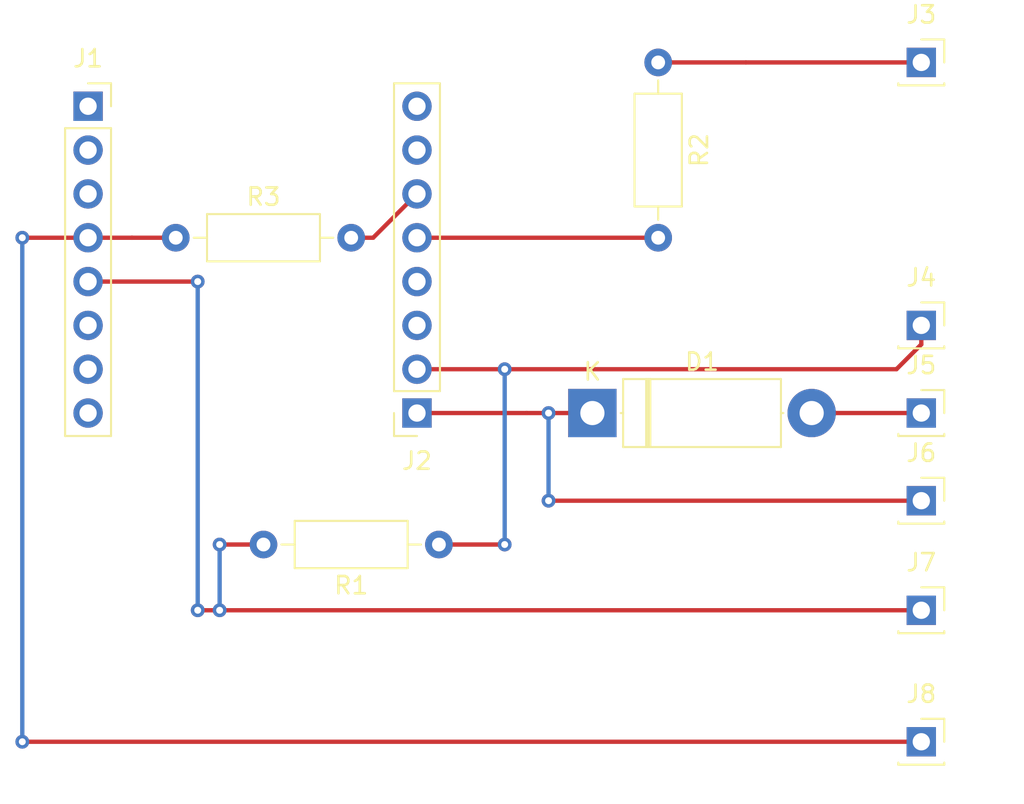
<source format=kicad_pcb>
(kicad_pcb (version 20171130) (host pcbnew 5.0.2-bee76a0~70~ubuntu18.04.1)

  (general
    (thickness 1.6)
    (drawings 0)
    (tracks 46)
    (zones 0)
    (modules 12)
    (nets 19)
  )

  (page A4)
  (layers
    (0 F.Cu signal)
    (31 B.Cu signal)
    (32 B.Adhes user)
    (33 F.Adhes user)
    (34 B.Paste user)
    (35 F.Paste user)
    (36 B.SilkS user)
    (37 F.SilkS user)
    (38 B.Mask user)
    (39 F.Mask user)
    (40 Dwgs.User user)
    (41 Cmts.User user)
    (42 Eco1.User user)
    (43 Eco2.User user)
    (44 Edge.Cuts user)
    (45 Margin user)
    (46 B.CrtYd user)
    (47 F.CrtYd user)
    (48 B.Fab user)
    (49 F.Fab user)
  )

  (setup
    (last_trace_width 0.25)
    (trace_clearance 0.2)
    (zone_clearance 0.508)
    (zone_45_only no)
    (trace_min 0.2)
    (segment_width 0.2)
    (edge_width 0.15)
    (via_size 0.8)
    (via_drill 0.4)
    (via_min_size 0.4)
    (via_min_drill 0.3)
    (uvia_size 0.3)
    (uvia_drill 0.1)
    (uvias_allowed no)
    (uvia_min_size 0.2)
    (uvia_min_drill 0.1)
    (pcb_text_width 0.3)
    (pcb_text_size 1.5 1.5)
    (mod_edge_width 0.15)
    (mod_text_size 1 1)
    (mod_text_width 0.15)
    (pad_size 1.524 1.524)
    (pad_drill 0.762)
    (pad_to_mask_clearance 0.051)
    (solder_mask_min_width 0.25)
    (aux_axis_origin 0 0)
    (visible_elements FFFFFF7F)
    (pcbplotparams
      (layerselection 0x010fc_ffffffff)
      (usegerberextensions false)
      (usegerberattributes false)
      (usegerberadvancedattributes false)
      (creategerberjobfile false)
      (excludeedgelayer true)
      (linewidth 0.100000)
      (plotframeref false)
      (viasonmask false)
      (mode 1)
      (useauxorigin false)
      (hpglpennumber 1)
      (hpglpenspeed 20)
      (hpglpendiameter 15.000000)
      (psnegative false)
      (psa4output false)
      (plotreference true)
      (plotvalue true)
      (plotinvisibletext false)
      (padsonsilk false)
      (subtractmaskfromsilk false)
      (outputformat 1)
      (mirror false)
      (drillshape 1)
      (scaleselection 1)
      (outputdirectory ""))
  )

  (net 0 "")
  (net 1 "Net-(D1-Pad1)")
  (net 2 "Net-(D1-Pad2)")
  (net 3 "Net-(J1-Pad1)")
  (net 4 "Net-(J1-Pad2)")
  (net 5 "Net-(J1-Pad3)")
  (net 6 "Net-(J1-Pad4)")
  (net 7 "Net-(J1-Pad5)")
  (net 8 "Net-(J1-Pad6)")
  (net 9 "Net-(J1-Pad7)")
  (net 10 "Net-(J1-Pad8)")
  (net 11 "Net-(J2-Pad8)")
  (net 12 "Net-(J2-Pad7)")
  (net 13 "Net-(J2-Pad6)")
  (net 14 "Net-(J2-Pad5)")
  (net 15 "Net-(J2-Pad4)")
  (net 16 "Net-(J2-Pad3)")
  (net 17 "Net-(J2-Pad2)")
  (net 18 "Net-(J3-Pad1)")

  (net_class Default "This is the default net class."
    (clearance 0.2)
    (trace_width 0.25)
    (via_dia 0.8)
    (via_drill 0.4)
    (uvia_dia 0.3)
    (uvia_drill 0.1)
    (add_net "Net-(D1-Pad1)")
    (add_net "Net-(D1-Pad2)")
    (add_net "Net-(J1-Pad1)")
    (add_net "Net-(J1-Pad2)")
    (add_net "Net-(J1-Pad3)")
    (add_net "Net-(J1-Pad4)")
    (add_net "Net-(J1-Pad5)")
    (add_net "Net-(J1-Pad6)")
    (add_net "Net-(J1-Pad7)")
    (add_net "Net-(J1-Pad8)")
    (add_net "Net-(J2-Pad2)")
    (add_net "Net-(J2-Pad3)")
    (add_net "Net-(J2-Pad4)")
    (add_net "Net-(J2-Pad5)")
    (add_net "Net-(J2-Pad6)")
    (add_net "Net-(J2-Pad7)")
    (add_net "Net-(J2-Pad8)")
    (add_net "Net-(J3-Pad1)")
  )

  (module Resistor_THT:R_Axial_DIN0207_L6.3mm_D2.5mm_P10.16mm_Horizontal (layer F.Cu) (tedit 5AE5139B) (tstamp 5DE497FB)
    (at 50.8 19.05 270)
    (descr "Resistor, Axial_DIN0207 series, Axial, Horizontal, pin pitch=10.16mm, 0.25W = 1/4W, length*diameter=6.3*2.5mm^2, http://cdn-reichelt.de/documents/datenblatt/B400/1_4W%23YAG.pdf")
    (tags "Resistor Axial_DIN0207 series Axial Horizontal pin pitch 10.16mm 0.25W = 1/4W length 6.3mm diameter 2.5mm")
    (path /5DD819DC)
    (fp_text reference R2 (at 5.08 -2.37 270) (layer F.SilkS)
      (effects (font (size 1 1) (thickness 0.15)))
    )
    (fp_text value R (at 5.08 2.37 270) (layer F.Fab)
      (effects (font (size 1 1) (thickness 0.15)))
    )
    (fp_text user %R (at 5.08 0 270) (layer F.Fab)
      (effects (font (size 1 1) (thickness 0.15)))
    )
    (fp_line (start 11.21 -1.5) (end -1.05 -1.5) (layer F.CrtYd) (width 0.05))
    (fp_line (start 11.21 1.5) (end 11.21 -1.5) (layer F.CrtYd) (width 0.05))
    (fp_line (start -1.05 1.5) (end 11.21 1.5) (layer F.CrtYd) (width 0.05))
    (fp_line (start -1.05 -1.5) (end -1.05 1.5) (layer F.CrtYd) (width 0.05))
    (fp_line (start 9.12 0) (end 8.35 0) (layer F.SilkS) (width 0.12))
    (fp_line (start 1.04 0) (end 1.81 0) (layer F.SilkS) (width 0.12))
    (fp_line (start 8.35 -1.37) (end 1.81 -1.37) (layer F.SilkS) (width 0.12))
    (fp_line (start 8.35 1.37) (end 8.35 -1.37) (layer F.SilkS) (width 0.12))
    (fp_line (start 1.81 1.37) (end 8.35 1.37) (layer F.SilkS) (width 0.12))
    (fp_line (start 1.81 -1.37) (end 1.81 1.37) (layer F.SilkS) (width 0.12))
    (fp_line (start 10.16 0) (end 8.23 0) (layer F.Fab) (width 0.1))
    (fp_line (start 0 0) (end 1.93 0) (layer F.Fab) (width 0.1))
    (fp_line (start 8.23 -1.25) (end 1.93 -1.25) (layer F.Fab) (width 0.1))
    (fp_line (start 8.23 1.25) (end 8.23 -1.25) (layer F.Fab) (width 0.1))
    (fp_line (start 1.93 1.25) (end 8.23 1.25) (layer F.Fab) (width 0.1))
    (fp_line (start 1.93 -1.25) (end 1.93 1.25) (layer F.Fab) (width 0.1))
    (pad 2 thru_hole oval (at 10.16 0 270) (size 1.6 1.6) (drill 0.8) (layers *.Cu *.Mask)
      (net 14 "Net-(J2-Pad5)"))
    (pad 1 thru_hole circle (at 0 0 270) (size 1.6 1.6) (drill 0.8) (layers *.Cu *.Mask)
      (net 18 "Net-(J3-Pad1)"))
    (model ${KISYS3DMOD}/Resistor_THT.3dshapes/R_Axial_DIN0207_L6.3mm_D2.5mm_P10.16mm_Horizontal.wrl
      (at (xyz 0 0 0))
      (scale (xyz 1 1 1))
      (rotate (xyz 0 0 0))
    )
  )

  (module Connector_PinSocket_2.54mm:PinSocket_1x08_P2.54mm_Vertical (layer F.Cu) (tedit 5A19A420) (tstamp 5DE4974D)
    (at 17.78 21.59)
    (descr "Through hole straight socket strip, 1x08, 2.54mm pitch, single row (from Kicad 4.0.7), script generated")
    (tags "Through hole socket strip THT 1x08 2.54mm single row")
    (path /5DD81B05)
    (fp_text reference J1 (at 0 -2.77) (layer F.SilkS)
      (effects (font (size 1 1) (thickness 0.15)))
    )
    (fp_text value "ESP left side" (at 0 20.55) (layer F.Fab)
      (effects (font (size 1 1) (thickness 0.15)))
    )
    (fp_line (start -1.27 -1.27) (end 0.635 -1.27) (layer F.Fab) (width 0.1))
    (fp_line (start 0.635 -1.27) (end 1.27 -0.635) (layer F.Fab) (width 0.1))
    (fp_line (start 1.27 -0.635) (end 1.27 19.05) (layer F.Fab) (width 0.1))
    (fp_line (start 1.27 19.05) (end -1.27 19.05) (layer F.Fab) (width 0.1))
    (fp_line (start -1.27 19.05) (end -1.27 -1.27) (layer F.Fab) (width 0.1))
    (fp_line (start -1.33 1.27) (end 1.33 1.27) (layer F.SilkS) (width 0.12))
    (fp_line (start -1.33 1.27) (end -1.33 19.11) (layer F.SilkS) (width 0.12))
    (fp_line (start -1.33 19.11) (end 1.33 19.11) (layer F.SilkS) (width 0.12))
    (fp_line (start 1.33 1.27) (end 1.33 19.11) (layer F.SilkS) (width 0.12))
    (fp_line (start 1.33 -1.33) (end 1.33 0) (layer F.SilkS) (width 0.12))
    (fp_line (start 0 -1.33) (end 1.33 -1.33) (layer F.SilkS) (width 0.12))
    (fp_line (start -1.8 -1.8) (end 1.75 -1.8) (layer F.CrtYd) (width 0.05))
    (fp_line (start 1.75 -1.8) (end 1.75 19.55) (layer F.CrtYd) (width 0.05))
    (fp_line (start 1.75 19.55) (end -1.8 19.55) (layer F.CrtYd) (width 0.05))
    (fp_line (start -1.8 19.55) (end -1.8 -1.8) (layer F.CrtYd) (width 0.05))
    (fp_text user %R (at 0 8.89 90) (layer F.Fab)
      (effects (font (size 1 1) (thickness 0.15)))
    )
    (pad 1 thru_hole rect (at 0 0) (size 1.7 1.7) (drill 1) (layers *.Cu *.Mask)
      (net 3 "Net-(J1-Pad1)"))
    (pad 2 thru_hole oval (at 0 2.54) (size 1.7 1.7) (drill 1) (layers *.Cu *.Mask)
      (net 4 "Net-(J1-Pad2)"))
    (pad 3 thru_hole oval (at 0 5.08) (size 1.7 1.7) (drill 1) (layers *.Cu *.Mask)
      (net 5 "Net-(J1-Pad3)"))
    (pad 4 thru_hole oval (at 0 7.62) (size 1.7 1.7) (drill 1) (layers *.Cu *.Mask)
      (net 6 "Net-(J1-Pad4)"))
    (pad 5 thru_hole oval (at 0 10.16) (size 1.7 1.7) (drill 1) (layers *.Cu *.Mask)
      (net 7 "Net-(J1-Pad5)"))
    (pad 6 thru_hole oval (at 0 12.7) (size 1.7 1.7) (drill 1) (layers *.Cu *.Mask)
      (net 8 "Net-(J1-Pad6)"))
    (pad 7 thru_hole oval (at 0 15.24) (size 1.7 1.7) (drill 1) (layers *.Cu *.Mask)
      (net 9 "Net-(J1-Pad7)"))
    (pad 8 thru_hole oval (at 0 17.78) (size 1.7 1.7) (drill 1) (layers *.Cu *.Mask)
      (net 10 "Net-(J1-Pad8)"))
    (model ${KISYS3DMOD}/Connector_PinSocket_2.54mm.3dshapes/PinSocket_1x08_P2.54mm_Vertical.wrl
      (at (xyz 0 0 0))
      (scale (xyz 1 1 1))
      (rotate (xyz 0 0 0))
    )
  )

  (module Connector_PinSocket_2.54mm:PinSocket_1x01_P2.54mm_Vertical (layer F.Cu) (tedit 5A19A434) (tstamp 5DE49791)
    (at 66.04 34.29)
    (descr "Through hole straight socket strip, 1x01, 2.54mm pitch, single row (from Kicad 4.0.7), script generated")
    (tags "Through hole socket strip THT 1x01 2.54mm single row")
    (path /5DD8215E)
    (fp_text reference J4 (at 0 -2.77) (layer F.SilkS)
      (effects (font (size 1 1) (thickness 0.15)))
    )
    (fp_text value GND (at 0 2.77) (layer F.Fab)
      (effects (font (size 1 1) (thickness 0.15)))
    )
    (fp_line (start -1.27 -1.27) (end 0.635 -1.27) (layer F.Fab) (width 0.1))
    (fp_line (start 0.635 -1.27) (end 1.27 -0.635) (layer F.Fab) (width 0.1))
    (fp_line (start 1.27 -0.635) (end 1.27 1.27) (layer F.Fab) (width 0.1))
    (fp_line (start 1.27 1.27) (end -1.27 1.27) (layer F.Fab) (width 0.1))
    (fp_line (start -1.27 1.27) (end -1.27 -1.27) (layer F.Fab) (width 0.1))
    (fp_line (start -1.33 1.33) (end 1.33 1.33) (layer F.SilkS) (width 0.12))
    (fp_line (start -1.33 1.21) (end -1.33 1.33) (layer F.SilkS) (width 0.12))
    (fp_line (start 1.33 1.21) (end 1.33 1.33) (layer F.SilkS) (width 0.12))
    (fp_line (start 1.33 -1.33) (end 1.33 0) (layer F.SilkS) (width 0.12))
    (fp_line (start 0 -1.33) (end 1.33 -1.33) (layer F.SilkS) (width 0.12))
    (fp_line (start -1.8 -1.8) (end 1.75 -1.8) (layer F.CrtYd) (width 0.05))
    (fp_line (start 1.75 -1.8) (end 1.75 1.75) (layer F.CrtYd) (width 0.05))
    (fp_line (start 1.75 1.75) (end -1.8 1.75) (layer F.CrtYd) (width 0.05))
    (fp_line (start -1.8 1.75) (end -1.8 -1.8) (layer F.CrtYd) (width 0.05))
    (fp_text user %R (at 0 0) (layer F.Fab)
      (effects (font (size 1 1) (thickness 0.15)))
    )
    (pad 1 thru_hole rect (at 0 0) (size 1.7 1.7) (drill 1) (layers *.Cu *.Mask)
      (net 17 "Net-(J2-Pad2)"))
    (model ${KISYS3DMOD}/Connector_PinSocket_2.54mm.3dshapes/PinSocket_1x01_P2.54mm_Vertical.wrl
      (at (xyz 0 0 0))
      (scale (xyz 1 1 1))
      (rotate (xyz 0 0 0))
    )
  )

  (module Diode_THT:D_5W_P12.70mm_Horizontal (layer F.Cu) (tedit 5AE50CD5) (tstamp 5DE49731)
    (at 46.99 39.37)
    (descr "Diode, 5W series, Axial, Horizontal, pin pitch=12.7mm, , length*diameter=8.9*3.7mm^2, , http://www.diodes.com/_files/packages/8686949.gif")
    (tags "Diode 5W series Axial Horizontal pin pitch 12.7mm  length 8.9mm diameter 3.7mm")
    (path /5DD81A31)
    (fp_text reference D1 (at 6.35 -2.97) (layer F.SilkS)
      (effects (font (size 1 1) (thickness 0.15)))
    )
    (fp_text value D (at 6.35 2.97) (layer F.Fab)
      (effects (font (size 1 1) (thickness 0.15)))
    )
    (fp_line (start 1.9 -1.85) (end 1.9 1.85) (layer F.Fab) (width 0.1))
    (fp_line (start 1.9 1.85) (end 10.8 1.85) (layer F.Fab) (width 0.1))
    (fp_line (start 10.8 1.85) (end 10.8 -1.85) (layer F.Fab) (width 0.1))
    (fp_line (start 10.8 -1.85) (end 1.9 -1.85) (layer F.Fab) (width 0.1))
    (fp_line (start 0 0) (end 1.9 0) (layer F.Fab) (width 0.1))
    (fp_line (start 12.7 0) (end 10.8 0) (layer F.Fab) (width 0.1))
    (fp_line (start 3.235 -1.85) (end 3.235 1.85) (layer F.Fab) (width 0.1))
    (fp_line (start 3.335 -1.85) (end 3.335 1.85) (layer F.Fab) (width 0.1))
    (fp_line (start 3.135 -1.85) (end 3.135 1.85) (layer F.Fab) (width 0.1))
    (fp_line (start 1.78 -1.97) (end 1.78 1.97) (layer F.SilkS) (width 0.12))
    (fp_line (start 1.78 1.97) (end 10.92 1.97) (layer F.SilkS) (width 0.12))
    (fp_line (start 10.92 1.97) (end 10.92 -1.97) (layer F.SilkS) (width 0.12))
    (fp_line (start 10.92 -1.97) (end 1.78 -1.97) (layer F.SilkS) (width 0.12))
    (fp_line (start 1.64 0) (end 1.78 0) (layer F.SilkS) (width 0.12))
    (fp_line (start 11.06 0) (end 10.92 0) (layer F.SilkS) (width 0.12))
    (fp_line (start 3.235 -1.97) (end 3.235 1.97) (layer F.SilkS) (width 0.12))
    (fp_line (start 3.355 -1.97) (end 3.355 1.97) (layer F.SilkS) (width 0.12))
    (fp_line (start 3.115 -1.97) (end 3.115 1.97) (layer F.SilkS) (width 0.12))
    (fp_line (start -1.65 -2.1) (end -1.65 2.1) (layer F.CrtYd) (width 0.05))
    (fp_line (start -1.65 2.1) (end 14.35 2.1) (layer F.CrtYd) (width 0.05))
    (fp_line (start 14.35 2.1) (end 14.35 -2.1) (layer F.CrtYd) (width 0.05))
    (fp_line (start 14.35 -2.1) (end -1.65 -2.1) (layer F.CrtYd) (width 0.05))
    (fp_text user %R (at 7.0175 0) (layer F.Fab)
      (effects (font (size 1 1) (thickness 0.15)))
    )
    (fp_text user K (at 0 -2.4) (layer F.Fab)
      (effects (font (size 1 1) (thickness 0.15)))
    )
    (fp_text user K (at 0 -2.4) (layer F.SilkS)
      (effects (font (size 1 1) (thickness 0.15)))
    )
    (pad 1 thru_hole rect (at 0 0) (size 2.8 2.8) (drill 1.4) (layers *.Cu *.Mask)
      (net 1 "Net-(D1-Pad1)"))
    (pad 2 thru_hole oval (at 12.7 0) (size 2.8 2.8) (drill 1.4) (layers *.Cu *.Mask)
      (net 2 "Net-(D1-Pad2)"))
    (model ${KISYS3DMOD}/Diode_THT.3dshapes/D_5W_P12.70mm_Horizontal.wrl
      (at (xyz 0 0 0))
      (scale (xyz 1 1 1))
      (rotate (xyz 0 0 0))
    )
  )

  (module Connector_PinSocket_2.54mm:PinSocket_1x08_P2.54mm_Vertical (layer F.Cu) (tedit 5A19A420) (tstamp 5DE49769)
    (at 36.83 39.37 180)
    (descr "Through hole straight socket strip, 1x08, 2.54mm pitch, single row (from Kicad 4.0.7), script generated")
    (tags "Through hole socket strip THT 1x08 2.54mm single row")
    (path /5DD81BCF)
    (fp_text reference J2 (at 0 -2.77 180) (layer F.SilkS)
      (effects (font (size 1 1) (thickness 0.15)))
    )
    (fp_text value "ESP right side" (at 0 20.55 180) (layer F.Fab)
      (effects (font (size 1 1) (thickness 0.15)))
    )
    (fp_text user %R (at 0 8.89 270) (layer F.Fab)
      (effects (font (size 1 1) (thickness 0.15)))
    )
    (fp_line (start -1.8 19.55) (end -1.8 -1.8) (layer F.CrtYd) (width 0.05))
    (fp_line (start 1.75 19.55) (end -1.8 19.55) (layer F.CrtYd) (width 0.05))
    (fp_line (start 1.75 -1.8) (end 1.75 19.55) (layer F.CrtYd) (width 0.05))
    (fp_line (start -1.8 -1.8) (end 1.75 -1.8) (layer F.CrtYd) (width 0.05))
    (fp_line (start 0 -1.33) (end 1.33 -1.33) (layer F.SilkS) (width 0.12))
    (fp_line (start 1.33 -1.33) (end 1.33 0) (layer F.SilkS) (width 0.12))
    (fp_line (start 1.33 1.27) (end 1.33 19.11) (layer F.SilkS) (width 0.12))
    (fp_line (start -1.33 19.11) (end 1.33 19.11) (layer F.SilkS) (width 0.12))
    (fp_line (start -1.33 1.27) (end -1.33 19.11) (layer F.SilkS) (width 0.12))
    (fp_line (start -1.33 1.27) (end 1.33 1.27) (layer F.SilkS) (width 0.12))
    (fp_line (start -1.27 19.05) (end -1.27 -1.27) (layer F.Fab) (width 0.1))
    (fp_line (start 1.27 19.05) (end -1.27 19.05) (layer F.Fab) (width 0.1))
    (fp_line (start 1.27 -0.635) (end 1.27 19.05) (layer F.Fab) (width 0.1))
    (fp_line (start 0.635 -1.27) (end 1.27 -0.635) (layer F.Fab) (width 0.1))
    (fp_line (start -1.27 -1.27) (end 0.635 -1.27) (layer F.Fab) (width 0.1))
    (pad 8 thru_hole oval (at 0 17.78 180) (size 1.7 1.7) (drill 1) (layers *.Cu *.Mask)
      (net 11 "Net-(J2-Pad8)"))
    (pad 7 thru_hole oval (at 0 15.24 180) (size 1.7 1.7) (drill 1) (layers *.Cu *.Mask)
      (net 12 "Net-(J2-Pad7)"))
    (pad 6 thru_hole oval (at 0 12.7 180) (size 1.7 1.7) (drill 1) (layers *.Cu *.Mask)
      (net 13 "Net-(J2-Pad6)"))
    (pad 5 thru_hole oval (at 0 10.16 180) (size 1.7 1.7) (drill 1) (layers *.Cu *.Mask)
      (net 14 "Net-(J2-Pad5)"))
    (pad 4 thru_hole oval (at 0 7.62 180) (size 1.7 1.7) (drill 1) (layers *.Cu *.Mask)
      (net 15 "Net-(J2-Pad4)"))
    (pad 3 thru_hole oval (at 0 5.08 180) (size 1.7 1.7) (drill 1) (layers *.Cu *.Mask)
      (net 16 "Net-(J2-Pad3)"))
    (pad 2 thru_hole oval (at 0 2.54 180) (size 1.7 1.7) (drill 1) (layers *.Cu *.Mask)
      (net 17 "Net-(J2-Pad2)"))
    (pad 1 thru_hole rect (at 0 0 180) (size 1.7 1.7) (drill 1) (layers *.Cu *.Mask)
      (net 1 "Net-(D1-Pad1)"))
    (model ${KISYS3DMOD}/Connector_PinSocket_2.54mm.3dshapes/PinSocket_1x08_P2.54mm_Vertical.wrl
      (at (xyz 0 0 0))
      (scale (xyz 1 1 1))
      (rotate (xyz 0 0 0))
    )
  )

  (module Connector_PinSocket_2.54mm:PinSocket_1x01_P2.54mm_Vertical (layer F.Cu) (tedit 5A19A434) (tstamp 5DE4977D)
    (at 66.04 19.05)
    (descr "Through hole straight socket strip, 1x01, 2.54mm pitch, single row (from Kicad 4.0.7), script generated")
    (tags "Through hole socket strip THT 1x01 2.54mm single row")
    (path /5DD820FC)
    (fp_text reference J3 (at 0 -2.77) (layer F.SilkS)
      (effects (font (size 1 1) (thickness 0.15)))
    )
    (fp_text value ToDataIn (at 0 2.77) (layer F.Fab)
      (effects (font (size 1 1) (thickness 0.15)))
    )
    (fp_line (start -1.27 -1.27) (end 0.635 -1.27) (layer F.Fab) (width 0.1))
    (fp_line (start 0.635 -1.27) (end 1.27 -0.635) (layer F.Fab) (width 0.1))
    (fp_line (start 1.27 -0.635) (end 1.27 1.27) (layer F.Fab) (width 0.1))
    (fp_line (start 1.27 1.27) (end -1.27 1.27) (layer F.Fab) (width 0.1))
    (fp_line (start -1.27 1.27) (end -1.27 -1.27) (layer F.Fab) (width 0.1))
    (fp_line (start -1.33 1.33) (end 1.33 1.33) (layer F.SilkS) (width 0.12))
    (fp_line (start -1.33 1.21) (end -1.33 1.33) (layer F.SilkS) (width 0.12))
    (fp_line (start 1.33 1.21) (end 1.33 1.33) (layer F.SilkS) (width 0.12))
    (fp_line (start 1.33 -1.33) (end 1.33 0) (layer F.SilkS) (width 0.12))
    (fp_line (start 0 -1.33) (end 1.33 -1.33) (layer F.SilkS) (width 0.12))
    (fp_line (start -1.8 -1.8) (end 1.75 -1.8) (layer F.CrtYd) (width 0.05))
    (fp_line (start 1.75 -1.8) (end 1.75 1.75) (layer F.CrtYd) (width 0.05))
    (fp_line (start 1.75 1.75) (end -1.8 1.75) (layer F.CrtYd) (width 0.05))
    (fp_line (start -1.8 1.75) (end -1.8 -1.8) (layer F.CrtYd) (width 0.05))
    (fp_text user %R (at 0 0) (layer F.Fab)
      (effects (font (size 1 1) (thickness 0.15)))
    )
    (pad 1 thru_hole rect (at 0 0) (size 1.7 1.7) (drill 1) (layers *.Cu *.Mask)
      (net 18 "Net-(J3-Pad1)"))
    (model ${KISYS3DMOD}/Connector_PinSocket_2.54mm.3dshapes/PinSocket_1x01_P2.54mm_Vertical.wrl
      (at (xyz 0 0 0))
      (scale (xyz 1 1 1))
      (rotate (xyz 0 0 0))
    )
  )

  (module Connector_PinSocket_2.54mm:PinSocket_1x01_P2.54mm_Vertical (layer F.Cu) (tedit 5A19A434) (tstamp 5DE497A5)
    (at 66.04 39.37)
    (descr "Through hole straight socket strip, 1x01, 2.54mm pitch, single row (from Kicad 4.0.7), script generated")
    (tags "Through hole socket strip THT 1x01 2.54mm single row")
    (path /5DD8212C)
    (fp_text reference J5 (at 0 -2.77) (layer F.SilkS)
      (effects (font (size 1 1) (thickness 0.15)))
    )
    (fp_text value 5V (at 0 2.77) (layer F.Fab)
      (effects (font (size 1 1) (thickness 0.15)))
    )
    (fp_text user %R (at 0 0) (layer F.Fab)
      (effects (font (size 1 1) (thickness 0.15)))
    )
    (fp_line (start -1.8 1.75) (end -1.8 -1.8) (layer F.CrtYd) (width 0.05))
    (fp_line (start 1.75 1.75) (end -1.8 1.75) (layer F.CrtYd) (width 0.05))
    (fp_line (start 1.75 -1.8) (end 1.75 1.75) (layer F.CrtYd) (width 0.05))
    (fp_line (start -1.8 -1.8) (end 1.75 -1.8) (layer F.CrtYd) (width 0.05))
    (fp_line (start 0 -1.33) (end 1.33 -1.33) (layer F.SilkS) (width 0.12))
    (fp_line (start 1.33 -1.33) (end 1.33 0) (layer F.SilkS) (width 0.12))
    (fp_line (start 1.33 1.21) (end 1.33 1.33) (layer F.SilkS) (width 0.12))
    (fp_line (start -1.33 1.21) (end -1.33 1.33) (layer F.SilkS) (width 0.12))
    (fp_line (start -1.33 1.33) (end 1.33 1.33) (layer F.SilkS) (width 0.12))
    (fp_line (start -1.27 1.27) (end -1.27 -1.27) (layer F.Fab) (width 0.1))
    (fp_line (start 1.27 1.27) (end -1.27 1.27) (layer F.Fab) (width 0.1))
    (fp_line (start 1.27 -0.635) (end 1.27 1.27) (layer F.Fab) (width 0.1))
    (fp_line (start 0.635 -1.27) (end 1.27 -0.635) (layer F.Fab) (width 0.1))
    (fp_line (start -1.27 -1.27) (end 0.635 -1.27) (layer F.Fab) (width 0.1))
    (pad 1 thru_hole rect (at 0 0) (size 1.7 1.7) (drill 1) (layers *.Cu *.Mask)
      (net 2 "Net-(D1-Pad2)"))
    (model ${KISYS3DMOD}/Connector_PinSocket_2.54mm.3dshapes/PinSocket_1x01_P2.54mm_Vertical.wrl
      (at (xyz 0 0 0))
      (scale (xyz 1 1 1))
      (rotate (xyz 0 0 0))
    )
  )

  (module Connector_PinSocket_2.54mm:PinSocket_1x01_P2.54mm_Vertical (layer F.Cu) (tedit 5A19A434) (tstamp 5DE497B9)
    (at 66.04 44.45)
    (descr "Through hole straight socket strip, 1x01, 2.54mm pitch, single row (from Kicad 4.0.7), script generated")
    (tags "Through hole socket strip THT 1x01 2.54mm single row")
    (path /5DD820D6)
    (fp_text reference J6 (at 0 -2.77) (layer F.SilkS)
      (effects (font (size 1 1) (thickness 0.15)))
    )
    (fp_text value "Switch Side1" (at 0 2.77) (layer F.Fab)
      (effects (font (size 1 1) (thickness 0.15)))
    )
    (fp_text user %R (at 0 0) (layer F.Fab)
      (effects (font (size 1 1) (thickness 0.15)))
    )
    (fp_line (start -1.8 1.75) (end -1.8 -1.8) (layer F.CrtYd) (width 0.05))
    (fp_line (start 1.75 1.75) (end -1.8 1.75) (layer F.CrtYd) (width 0.05))
    (fp_line (start 1.75 -1.8) (end 1.75 1.75) (layer F.CrtYd) (width 0.05))
    (fp_line (start -1.8 -1.8) (end 1.75 -1.8) (layer F.CrtYd) (width 0.05))
    (fp_line (start 0 -1.33) (end 1.33 -1.33) (layer F.SilkS) (width 0.12))
    (fp_line (start 1.33 -1.33) (end 1.33 0) (layer F.SilkS) (width 0.12))
    (fp_line (start 1.33 1.21) (end 1.33 1.33) (layer F.SilkS) (width 0.12))
    (fp_line (start -1.33 1.21) (end -1.33 1.33) (layer F.SilkS) (width 0.12))
    (fp_line (start -1.33 1.33) (end 1.33 1.33) (layer F.SilkS) (width 0.12))
    (fp_line (start -1.27 1.27) (end -1.27 -1.27) (layer F.Fab) (width 0.1))
    (fp_line (start 1.27 1.27) (end -1.27 1.27) (layer F.Fab) (width 0.1))
    (fp_line (start 1.27 -0.635) (end 1.27 1.27) (layer F.Fab) (width 0.1))
    (fp_line (start 0.635 -1.27) (end 1.27 -0.635) (layer F.Fab) (width 0.1))
    (fp_line (start -1.27 -1.27) (end 0.635 -1.27) (layer F.Fab) (width 0.1))
    (pad 1 thru_hole rect (at 0 0) (size 1.7 1.7) (drill 1) (layers *.Cu *.Mask)
      (net 1 "Net-(D1-Pad1)"))
    (model ${KISYS3DMOD}/Connector_PinSocket_2.54mm.3dshapes/PinSocket_1x01_P2.54mm_Vertical.wrl
      (at (xyz 0 0 0))
      (scale (xyz 1 1 1))
      (rotate (xyz 0 0 0))
    )
  )

  (module Connector_PinSocket_2.54mm:PinSocket_1x01_P2.54mm_Vertical (layer F.Cu) (tedit 5A19A434) (tstamp 5DE4A16E)
    (at 66.04 50.8)
    (descr "Through hole straight socket strip, 1x01, 2.54mm pitch, single row (from Kicad 4.0.7), script generated")
    (tags "Through hole socket strip THT 1x01 2.54mm single row")
    (path /5DD82050)
    (fp_text reference J7 (at 0 -2.77) (layer F.SilkS)
      (effects (font (size 1 1) (thickness 0.15)))
    )
    (fp_text value "Switch side2" (at 0 2.77) (layer F.Fab)
      (effects (font (size 1 1) (thickness 0.15)))
    )
    (fp_line (start -1.27 -1.27) (end 0.635 -1.27) (layer F.Fab) (width 0.1))
    (fp_line (start 0.635 -1.27) (end 1.27 -0.635) (layer F.Fab) (width 0.1))
    (fp_line (start 1.27 -0.635) (end 1.27 1.27) (layer F.Fab) (width 0.1))
    (fp_line (start 1.27 1.27) (end -1.27 1.27) (layer F.Fab) (width 0.1))
    (fp_line (start -1.27 1.27) (end -1.27 -1.27) (layer F.Fab) (width 0.1))
    (fp_line (start -1.33 1.33) (end 1.33 1.33) (layer F.SilkS) (width 0.12))
    (fp_line (start -1.33 1.21) (end -1.33 1.33) (layer F.SilkS) (width 0.12))
    (fp_line (start 1.33 1.21) (end 1.33 1.33) (layer F.SilkS) (width 0.12))
    (fp_line (start 1.33 -1.33) (end 1.33 0) (layer F.SilkS) (width 0.12))
    (fp_line (start 0 -1.33) (end 1.33 -1.33) (layer F.SilkS) (width 0.12))
    (fp_line (start -1.8 -1.8) (end 1.75 -1.8) (layer F.CrtYd) (width 0.05))
    (fp_line (start 1.75 -1.8) (end 1.75 1.75) (layer F.CrtYd) (width 0.05))
    (fp_line (start 1.75 1.75) (end -1.8 1.75) (layer F.CrtYd) (width 0.05))
    (fp_line (start -1.8 1.75) (end -1.8 -1.8) (layer F.CrtYd) (width 0.05))
    (fp_text user %R (at 0 0) (layer F.Fab)
      (effects (font (size 1 1) (thickness 0.15)))
    )
    (pad 1 thru_hole rect (at 0 0) (size 1.7 1.7) (drill 1) (layers *.Cu *.Mask)
      (net 7 "Net-(J1-Pad5)"))
    (model ${KISYS3DMOD}/Connector_PinSocket_2.54mm.3dshapes/PinSocket_1x01_P2.54mm_Vertical.wrl
      (at (xyz 0 0 0))
      (scale (xyz 1 1 1))
      (rotate (xyz 0 0 0))
    )
  )

  (module Resistor_THT:R_Axial_DIN0207_L6.3mm_D2.5mm_P10.16mm_Horizontal (layer F.Cu) (tedit 5AE5139B) (tstamp 5DE497E4)
    (at 38.1 46.99 180)
    (descr "Resistor, Axial_DIN0207 series, Axial, Horizontal, pin pitch=10.16mm, 0.25W = 1/4W, length*diameter=6.3*2.5mm^2, http://cdn-reichelt.de/documents/datenblatt/B400/1_4W%23YAG.pdf")
    (tags "Resistor Axial_DIN0207 series Axial Horizontal pin pitch 10.16mm 0.25W = 1/4W length 6.3mm diameter 2.5mm")
    (path /5DD815E3)
    (fp_text reference R1 (at 5.08 -2.37 180) (layer F.SilkS)
      (effects (font (size 1 1) (thickness 0.15)))
    )
    (fp_text value R (at 5.08 2.37 180) (layer F.Fab)
      (effects (font (size 1 1) (thickness 0.15)))
    )
    (fp_line (start 1.93 -1.25) (end 1.93 1.25) (layer F.Fab) (width 0.1))
    (fp_line (start 1.93 1.25) (end 8.23 1.25) (layer F.Fab) (width 0.1))
    (fp_line (start 8.23 1.25) (end 8.23 -1.25) (layer F.Fab) (width 0.1))
    (fp_line (start 8.23 -1.25) (end 1.93 -1.25) (layer F.Fab) (width 0.1))
    (fp_line (start 0 0) (end 1.93 0) (layer F.Fab) (width 0.1))
    (fp_line (start 10.16 0) (end 8.23 0) (layer F.Fab) (width 0.1))
    (fp_line (start 1.81 -1.37) (end 1.81 1.37) (layer F.SilkS) (width 0.12))
    (fp_line (start 1.81 1.37) (end 8.35 1.37) (layer F.SilkS) (width 0.12))
    (fp_line (start 8.35 1.37) (end 8.35 -1.37) (layer F.SilkS) (width 0.12))
    (fp_line (start 8.35 -1.37) (end 1.81 -1.37) (layer F.SilkS) (width 0.12))
    (fp_line (start 1.04 0) (end 1.81 0) (layer F.SilkS) (width 0.12))
    (fp_line (start 9.12 0) (end 8.35 0) (layer F.SilkS) (width 0.12))
    (fp_line (start -1.05 -1.5) (end -1.05 1.5) (layer F.CrtYd) (width 0.05))
    (fp_line (start -1.05 1.5) (end 11.21 1.5) (layer F.CrtYd) (width 0.05))
    (fp_line (start 11.21 1.5) (end 11.21 -1.5) (layer F.CrtYd) (width 0.05))
    (fp_line (start 11.21 -1.5) (end -1.05 -1.5) (layer F.CrtYd) (width 0.05))
    (fp_text user %R (at 5.08 0 180) (layer F.Fab)
      (effects (font (size 1 1) (thickness 0.15)))
    )
    (pad 1 thru_hole circle (at 0 0 180) (size 1.6 1.6) (drill 0.8) (layers *.Cu *.Mask)
      (net 17 "Net-(J2-Pad2)"))
    (pad 2 thru_hole oval (at 10.16 0 180) (size 1.6 1.6) (drill 0.8) (layers *.Cu *.Mask)
      (net 7 "Net-(J1-Pad5)"))
    (model ${KISYS3DMOD}/Resistor_THT.3dshapes/R_Axial_DIN0207_L6.3mm_D2.5mm_P10.16mm_Horizontal.wrl
      (at (xyz 0 0 0))
      (scale (xyz 1 1 1))
      (rotate (xyz 0 0 0))
    )
  )

  (module Connector_PinSocket_2.54mm:PinSocket_1x01_P2.54mm_Vertical (layer F.Cu) (tedit 5A19A434) (tstamp 5DF33EE2)
    (at 66.04 58.42)
    (descr "Through hole straight socket strip, 1x01, 2.54mm pitch, single row (from Kicad 4.0.7), script generated")
    (tags "Through hole socket strip THT 1x01 2.54mm single row")
    (path /5DE6D5BD)
    (fp_text reference J8 (at 0 -2.77) (layer F.SilkS)
      (effects (font (size 1 1) (thickness 0.15)))
    )
    (fp_text value ToTouchSurface (at 0 2.77) (layer F.Fab)
      (effects (font (size 1 1) (thickness 0.15)))
    )
    (fp_line (start -1.27 -1.27) (end 0.635 -1.27) (layer F.Fab) (width 0.1))
    (fp_line (start 0.635 -1.27) (end 1.27 -0.635) (layer F.Fab) (width 0.1))
    (fp_line (start 1.27 -0.635) (end 1.27 1.27) (layer F.Fab) (width 0.1))
    (fp_line (start 1.27 1.27) (end -1.27 1.27) (layer F.Fab) (width 0.1))
    (fp_line (start -1.27 1.27) (end -1.27 -1.27) (layer F.Fab) (width 0.1))
    (fp_line (start -1.33 1.33) (end 1.33 1.33) (layer F.SilkS) (width 0.12))
    (fp_line (start -1.33 1.21) (end -1.33 1.33) (layer F.SilkS) (width 0.12))
    (fp_line (start 1.33 1.21) (end 1.33 1.33) (layer F.SilkS) (width 0.12))
    (fp_line (start 1.33 -1.33) (end 1.33 0) (layer F.SilkS) (width 0.12))
    (fp_line (start 0 -1.33) (end 1.33 -1.33) (layer F.SilkS) (width 0.12))
    (fp_line (start -1.8 -1.8) (end 1.75 -1.8) (layer F.CrtYd) (width 0.05))
    (fp_line (start 1.75 -1.8) (end 1.75 1.75) (layer F.CrtYd) (width 0.05))
    (fp_line (start 1.75 1.75) (end -1.8 1.75) (layer F.CrtYd) (width 0.05))
    (fp_line (start -1.8 1.75) (end -1.8 -1.8) (layer F.CrtYd) (width 0.05))
    (fp_text user %R (at 0 0) (layer F.Fab)
      (effects (font (size 1 1) (thickness 0.15)))
    )
    (pad 1 thru_hole rect (at 0 0) (size 1.7 1.7) (drill 1) (layers *.Cu *.Mask)
      (net 6 "Net-(J1-Pad4)"))
    (model ${KISYS3DMOD}/Connector_PinSocket_2.54mm.3dshapes/PinSocket_1x01_P2.54mm_Vertical.wrl
      (at (xyz 0 0 0))
      (scale (xyz 1 1 1))
      (rotate (xyz 0 0 0))
    )
  )

  (module Resistor_THT:R_Axial_DIN0207_L6.3mm_D2.5mm_P10.16mm_Horizontal (layer F.Cu) (tedit 5AE5139B) (tstamp 5DF33EF9)
    (at 22.86 29.21)
    (descr "Resistor, Axial_DIN0207 series, Axial, Horizontal, pin pitch=10.16mm, 0.25W = 1/4W, length*diameter=6.3*2.5mm^2, http://cdn-reichelt.de/documents/datenblatt/B400/1_4W%23YAG.pdf")
    (tags "Resistor Axial_DIN0207 series Axial Horizontal pin pitch 10.16mm 0.25W = 1/4W length 6.3mm diameter 2.5mm")
    (path /5DE6CD7B)
    (fp_text reference R3 (at 5.08 -2.37) (layer F.SilkS)
      (effects (font (size 1 1) (thickness 0.15)))
    )
    (fp_text value R (at 5.08 2.37) (layer F.Fab)
      (effects (font (size 1 1) (thickness 0.15)))
    )
    (fp_line (start 1.93 -1.25) (end 1.93 1.25) (layer F.Fab) (width 0.1))
    (fp_line (start 1.93 1.25) (end 8.23 1.25) (layer F.Fab) (width 0.1))
    (fp_line (start 8.23 1.25) (end 8.23 -1.25) (layer F.Fab) (width 0.1))
    (fp_line (start 8.23 -1.25) (end 1.93 -1.25) (layer F.Fab) (width 0.1))
    (fp_line (start 0 0) (end 1.93 0) (layer F.Fab) (width 0.1))
    (fp_line (start 10.16 0) (end 8.23 0) (layer F.Fab) (width 0.1))
    (fp_line (start 1.81 -1.37) (end 1.81 1.37) (layer F.SilkS) (width 0.12))
    (fp_line (start 1.81 1.37) (end 8.35 1.37) (layer F.SilkS) (width 0.12))
    (fp_line (start 8.35 1.37) (end 8.35 -1.37) (layer F.SilkS) (width 0.12))
    (fp_line (start 8.35 -1.37) (end 1.81 -1.37) (layer F.SilkS) (width 0.12))
    (fp_line (start 1.04 0) (end 1.81 0) (layer F.SilkS) (width 0.12))
    (fp_line (start 9.12 0) (end 8.35 0) (layer F.SilkS) (width 0.12))
    (fp_line (start -1.05 -1.5) (end -1.05 1.5) (layer F.CrtYd) (width 0.05))
    (fp_line (start -1.05 1.5) (end 11.21 1.5) (layer F.CrtYd) (width 0.05))
    (fp_line (start 11.21 1.5) (end 11.21 -1.5) (layer F.CrtYd) (width 0.05))
    (fp_line (start 11.21 -1.5) (end -1.05 -1.5) (layer F.CrtYd) (width 0.05))
    (fp_text user %R (at 5.08 0) (layer F.Fab)
      (effects (font (size 1 1) (thickness 0.15)))
    )
    (pad 1 thru_hole circle (at 0 0) (size 1.6 1.6) (drill 0.8) (layers *.Cu *.Mask)
      (net 6 "Net-(J1-Pad4)"))
    (pad 2 thru_hole oval (at 10.16 0) (size 1.6 1.6) (drill 0.8) (layers *.Cu *.Mask)
      (net 13 "Net-(J2-Pad6)"))
    (model ${KISYS3DMOD}/Resistor_THT.3dshapes/R_Axial_DIN0207_L6.3mm_D2.5mm_P10.16mm_Horizontal.wrl
      (at (xyz 0 0 0))
      (scale (xyz 1 1 1))
      (rotate (xyz 0 0 0))
    )
  )

  (segment (start 36.83 39.37) (end 43.18 39.37) (width 0.25) (layer F.Cu) (net 1))
  (segment (start 43.18 39.37) (end 44.45 39.37) (width 0.25) (layer F.Cu) (net 1) (tstamp 5DE4A315))
  (segment (start 66.04 44.45) (end 44.45 44.45) (width 0.25) (layer F.Cu) (net 1))
  (segment (start 44.45 44.45) (end 44.45 44.45) (width 0.25) (layer F.Cu) (net 1) (tstamp 5DE4A340))
  (via (at 44.45 44.45) (size 0.8) (drill 0.4) (layers F.Cu B.Cu) (net 1))
  (segment (start 44.45 39.37) (end 46.99 39.37) (width 0.25) (layer F.Cu) (net 1) (tstamp 5DE4A342))
  (via (at 44.45 39.37) (size 0.8) (drill 0.4) (layers F.Cu B.Cu) (net 1))
  (segment (start 44.45 39.37) (end 44.45 44.45) (width 0.25) (layer B.Cu) (net 1))
  (segment (start 59.69 39.37) (end 66.04 39.37) (width 0.25) (layer F.Cu) (net 2))
  (segment (start 17.78 29.21) (end 20.32 29.21) (width 0.25) (layer F.Cu) (net 6))
  (segment (start 20.32 29.21) (end 22.86 29.21) (width 0.25) (layer F.Cu) (net 6) (tstamp 5DF33F7B))
  (segment (start 17.78 29.21) (end 13.97 29.21) (width 0.25) (layer F.Cu) (net 6))
  (segment (start 66.04 58.42) (end 13.97 58.42) (width 0.25) (layer F.Cu) (net 6))
  (segment (start 13.97 29.21) (end 13.97 29.21) (width 0.25) (layer F.Cu) (net 6) (tstamp 5DF33FF9))
  (via (at 13.97 29.21) (size 0.8) (drill 0.4) (layers F.Cu B.Cu) (net 6))
  (segment (start 13.97 58.42) (end 13.97 58.42) (width 0.25) (layer F.Cu) (net 6) (tstamp 5DF33FFB))
  (via (at 13.97 58.42) (size 0.8) (drill 0.4) (layers F.Cu B.Cu) (net 6))
  (segment (start 13.97 29.21) (end 13.97 58.42) (width 0.25) (layer B.Cu) (net 6))
  (segment (start 66.04 50.8) (end 25.4 50.8) (width 0.25) (layer F.Cu) (net 7))
  (via (at 24.13 50.8) (size 0.8) (drill 0.4) (layers F.Cu B.Cu) (net 7))
  (segment (start 17.78 31.75) (end 24.13 31.75) (width 0.25) (layer F.Cu) (net 7))
  (segment (start 24.13 31.75) (end 24.13 31.75) (width 0.25) (layer F.Cu) (net 7) (tstamp 5DE4A468))
  (via (at 24.13 31.75) (size 0.8) (drill 0.4) (layers F.Cu B.Cu) (net 7))
  (segment (start 27.94 46.99) (end 25.4 46.99) (width 0.25) (layer F.Cu) (net 7))
  (segment (start 25.4 46.99) (end 25.4 46.99) (width 0.25) (layer F.Cu) (net 7) (tstamp 5DE4A46A))
  (via (at 25.4 46.99) (size 0.8) (drill 0.4) (layers F.Cu B.Cu) (net 7))
  (segment (start 25.4 50.8) (end 24.13 50.8) (width 0.25) (layer F.Cu) (net 7) (tstamp 5DE4A46C))
  (via (at 25.4 50.8) (size 0.8) (drill 0.4) (layers F.Cu B.Cu) (net 7))
  (segment (start 24.13 31.75) (end 24.13 50.8) (width 0.25) (layer B.Cu) (net 7))
  (segment (start 25.4 50.8) (end 25.4 46.99) (width 0.25) (layer B.Cu) (net 7))
  (segment (start 34.29 29.21) (end 36.83 26.67) (width 0.25) (layer F.Cu) (net 13))
  (segment (start 33.02 29.21) (end 34.29 29.21) (width 0.25) (layer F.Cu) (net 13))
  (segment (start 36.83 29.21) (end 50.8 29.21) (width 0.25) (layer F.Cu) (net 14))
  (segment (start 36.83 36.83) (end 41.91 36.83) (width 0.25) (layer F.Cu) (net 17))
  (segment (start 41.91 36.83) (end 41.91 36.83) (width 0.25) (layer F.Cu) (net 17) (tstamp 5DE4A203))
  (segment (start 66.04 35.39) (end 66.04 34.29) (width 0.25) (layer F.Cu) (net 17))
  (segment (start 64.6 36.83) (end 66.04 35.39) (width 0.25) (layer F.Cu) (net 17))
  (segment (start 41.91 36.83) (end 64.6 36.83) (width 0.25) (layer F.Cu) (net 17))
  (segment (start 41.91 36.83) (end 41.91 36.83) (width 0.25) (layer F.Cu) (net 17) (tstamp 5DE4A3BF))
  (via (at 41.91 36.83) (size 0.8) (drill 0.4) (layers F.Cu B.Cu) (net 17))
  (segment (start 38.1 46.99) (end 41.91 46.99) (width 0.25) (layer F.Cu) (net 17))
  (segment (start 41.91 46.99) (end 41.91 46.99) (width 0.25) (layer F.Cu) (net 17) (tstamp 5DE4A473))
  (via (at 41.91 46.99) (size 0.8) (drill 0.4) (layers F.Cu B.Cu) (net 17))
  (segment (start 41.91 46.99) (end 41.91 36.83) (width 0.25) (layer B.Cu) (net 17))
  (segment (start 55.88 19.05) (end 66.04 19.05) (width 0.25) (layer F.Cu) (net 18))
  (segment (start 50.8 19.05) (end 55.88 19.05) (width 0.25) (layer F.Cu) (net 18))

)

</source>
